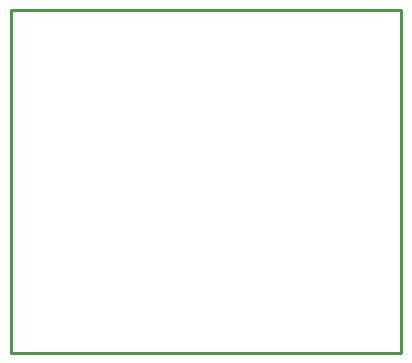
<source format=gko>
G04 Layer: BoardOutlineLayer*
G04 EasyEDA v6.5.34, 2023-10-05 20:18:03*
G04 Gerber Generator version 0.2*
G04 Scale: 100 percent, Rotated: No, Reflected: No *
G04 Dimensions in millimeters *
G04 leading zeros omitted , absolute positions ,4 integer and 5 decimal *
%FSLAX45Y45*%
%MOMM*%

%ADD10C,0.2540*%
D10*
X699998Y14199971D02*
G01*
X3999991Y14199971D01*
X3999991Y11299977D01*
X699998Y11299977D01*
X699998Y14199971D01*

%LPD*%
M02*

</source>
